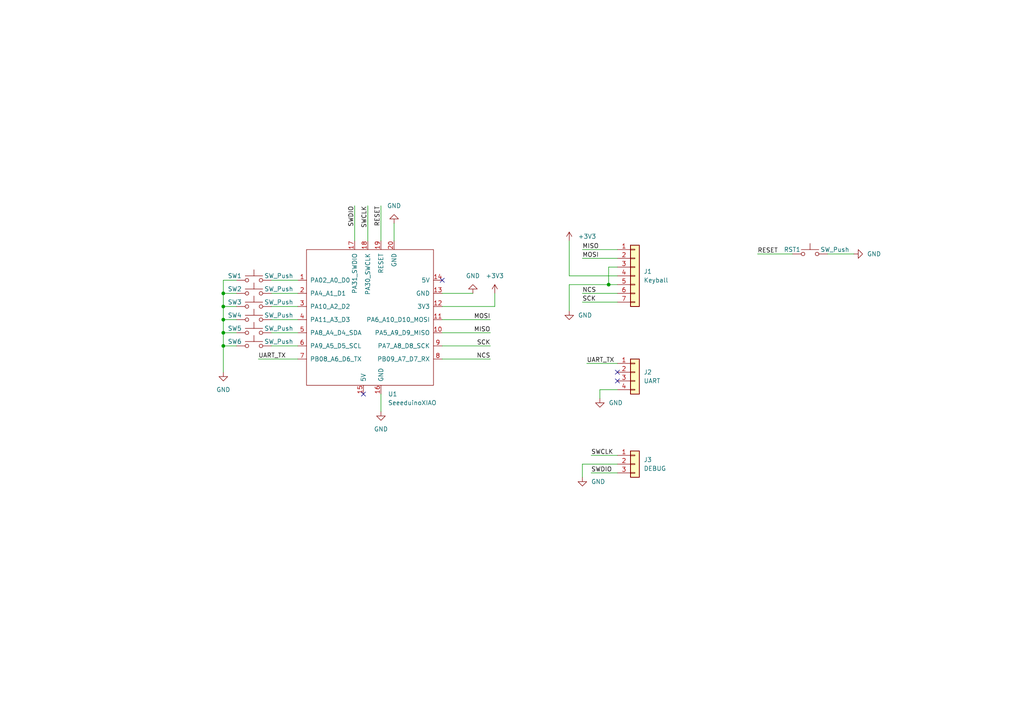
<source format=kicad_sch>
(kicad_sch (version 20211123) (generator eeschema)

  (uuid e63e39d7-6ac0-4ffd-8aa3-1841a4541b55)

  (paper "A4")

  (title_block
    (title "YUIOP/Pointing Device")
    (date "2023-01-09")
    (rev "1")
    (company "KaoriYa")
  )

  (lib_symbols
    (symbol "Connector_Generic:Conn_01x03" (pin_names (offset 1.016) hide) (in_bom yes) (on_board yes)
      (property "Reference" "J" (id 0) (at 0 5.08 0)
        (effects (font (size 1.27 1.27)))
      )
      (property "Value" "Conn_01x03" (id 1) (at 0 -5.08 0)
        (effects (font (size 1.27 1.27)))
      )
      (property "Footprint" "" (id 2) (at 0 0 0)
        (effects (font (size 1.27 1.27)) hide)
      )
      (property "Datasheet" "~" (id 3) (at 0 0 0)
        (effects (font (size 1.27 1.27)) hide)
      )
      (property "ki_keywords" "connector" (id 4) (at 0 0 0)
        (effects (font (size 1.27 1.27)) hide)
      )
      (property "ki_description" "Generic connector, single row, 01x03, script generated (kicad-library-utils/schlib/autogen/connector/)" (id 5) (at 0 0 0)
        (effects (font (size 1.27 1.27)) hide)
      )
      (property "ki_fp_filters" "Connector*:*_1x??_*" (id 6) (at 0 0 0)
        (effects (font (size 1.27 1.27)) hide)
      )
      (symbol "Conn_01x03_1_1"
        (rectangle (start -1.27 -2.413) (end 0 -2.667)
          (stroke (width 0.1524) (type default) (color 0 0 0 0))
          (fill (type none))
        )
        (rectangle (start -1.27 0.127) (end 0 -0.127)
          (stroke (width 0.1524) (type default) (color 0 0 0 0))
          (fill (type none))
        )
        (rectangle (start -1.27 2.667) (end 0 2.413)
          (stroke (width 0.1524) (type default) (color 0 0 0 0))
          (fill (type none))
        )
        (rectangle (start -1.27 3.81) (end 1.27 -3.81)
          (stroke (width 0.254) (type default) (color 0 0 0 0))
          (fill (type background))
        )
        (pin passive line (at -5.08 2.54 0) (length 3.81)
          (name "Pin_1" (effects (font (size 1.27 1.27))))
          (number "1" (effects (font (size 1.27 1.27))))
        )
        (pin passive line (at -5.08 0 0) (length 3.81)
          (name "Pin_2" (effects (font (size 1.27 1.27))))
          (number "2" (effects (font (size 1.27 1.27))))
        )
        (pin passive line (at -5.08 -2.54 0) (length 3.81)
          (name "Pin_3" (effects (font (size 1.27 1.27))))
          (number "3" (effects (font (size 1.27 1.27))))
        )
      )
    )
    (symbol "Connector_Generic:Conn_01x04" (pin_names (offset 1.016) hide) (in_bom yes) (on_board yes)
      (property "Reference" "J" (id 0) (at 0 5.08 0)
        (effects (font (size 1.27 1.27)))
      )
      (property "Value" "Conn_01x04" (id 1) (at 0 -7.62 0)
        (effects (font (size 1.27 1.27)))
      )
      (property "Footprint" "" (id 2) (at 0 0 0)
        (effects (font (size 1.27 1.27)) hide)
      )
      (property "Datasheet" "~" (id 3) (at 0 0 0)
        (effects (font (size 1.27 1.27)) hide)
      )
      (property "ki_keywords" "connector" (id 4) (at 0 0 0)
        (effects (font (size 1.27 1.27)) hide)
      )
      (property "ki_description" "Generic connector, single row, 01x04, script generated (kicad-library-utils/schlib/autogen/connector/)" (id 5) (at 0 0 0)
        (effects (font (size 1.27 1.27)) hide)
      )
      (property "ki_fp_filters" "Connector*:*_1x??_*" (id 6) (at 0 0 0)
        (effects (font (size 1.27 1.27)) hide)
      )
      (symbol "Conn_01x04_1_1"
        (rectangle (start -1.27 -4.953) (end 0 -5.207)
          (stroke (width 0.1524) (type default) (color 0 0 0 0))
          (fill (type none))
        )
        (rectangle (start -1.27 -2.413) (end 0 -2.667)
          (stroke (width 0.1524) (type default) (color 0 0 0 0))
          (fill (type none))
        )
        (rectangle (start -1.27 0.127) (end 0 -0.127)
          (stroke (width 0.1524) (type default) (color 0 0 0 0))
          (fill (type none))
        )
        (rectangle (start -1.27 2.667) (end 0 2.413)
          (stroke (width 0.1524) (type default) (color 0 0 0 0))
          (fill (type none))
        )
        (rectangle (start -1.27 3.81) (end 1.27 -6.35)
          (stroke (width 0.254) (type default) (color 0 0 0 0))
          (fill (type background))
        )
        (pin passive line (at -5.08 2.54 0) (length 3.81)
          (name "Pin_1" (effects (font (size 1.27 1.27))))
          (number "1" (effects (font (size 1.27 1.27))))
        )
        (pin passive line (at -5.08 0 0) (length 3.81)
          (name "Pin_2" (effects (font (size 1.27 1.27))))
          (number "2" (effects (font (size 1.27 1.27))))
        )
        (pin passive line (at -5.08 -2.54 0) (length 3.81)
          (name "Pin_3" (effects (font (size 1.27 1.27))))
          (number "3" (effects (font (size 1.27 1.27))))
        )
        (pin passive line (at -5.08 -5.08 0) (length 3.81)
          (name "Pin_4" (effects (font (size 1.27 1.27))))
          (number "4" (effects (font (size 1.27 1.27))))
        )
      )
    )
    (symbol "Connector_Generic:Conn_01x07" (pin_names (offset 1.016) hide) (in_bom yes) (on_board yes)
      (property "Reference" "J" (id 0) (at 0 10.16 0)
        (effects (font (size 1.27 1.27)))
      )
      (property "Value" "Conn_01x07" (id 1) (at 0 -10.16 0)
        (effects (font (size 1.27 1.27)))
      )
      (property "Footprint" "" (id 2) (at 0 0 0)
        (effects (font (size 1.27 1.27)) hide)
      )
      (property "Datasheet" "~" (id 3) (at 0 0 0)
        (effects (font (size 1.27 1.27)) hide)
      )
      (property "ki_keywords" "connector" (id 4) (at 0 0 0)
        (effects (font (size 1.27 1.27)) hide)
      )
      (property "ki_description" "Generic connector, single row, 01x07, script generated (kicad-library-utils/schlib/autogen/connector/)" (id 5) (at 0 0 0)
        (effects (font (size 1.27 1.27)) hide)
      )
      (property "ki_fp_filters" "Connector*:*_1x??_*" (id 6) (at 0 0 0)
        (effects (font (size 1.27 1.27)) hide)
      )
      (symbol "Conn_01x07_1_1"
        (rectangle (start -1.27 -7.493) (end 0 -7.747)
          (stroke (width 0.1524) (type default) (color 0 0 0 0))
          (fill (type none))
        )
        (rectangle (start -1.27 -4.953) (end 0 -5.207)
          (stroke (width 0.1524) (type default) (color 0 0 0 0))
          (fill (type none))
        )
        (rectangle (start -1.27 -2.413) (end 0 -2.667)
          (stroke (width 0.1524) (type default) (color 0 0 0 0))
          (fill (type none))
        )
        (rectangle (start -1.27 0.127) (end 0 -0.127)
          (stroke (width 0.1524) (type default) (color 0 0 0 0))
          (fill (type none))
        )
        (rectangle (start -1.27 2.667) (end 0 2.413)
          (stroke (width 0.1524) (type default) (color 0 0 0 0))
          (fill (type none))
        )
        (rectangle (start -1.27 5.207) (end 0 4.953)
          (stroke (width 0.1524) (type default) (color 0 0 0 0))
          (fill (type none))
        )
        (rectangle (start -1.27 7.747) (end 0 7.493)
          (stroke (width 0.1524) (type default) (color 0 0 0 0))
          (fill (type none))
        )
        (rectangle (start -1.27 8.89) (end 1.27 -8.89)
          (stroke (width 0.254) (type default) (color 0 0 0 0))
          (fill (type background))
        )
        (pin passive line (at -5.08 7.62 0) (length 3.81)
          (name "Pin_1" (effects (font (size 1.27 1.27))))
          (number "1" (effects (font (size 1.27 1.27))))
        )
        (pin passive line (at -5.08 5.08 0) (length 3.81)
          (name "Pin_2" (effects (font (size 1.27 1.27))))
          (number "2" (effects (font (size 1.27 1.27))))
        )
        (pin passive line (at -5.08 2.54 0) (length 3.81)
          (name "Pin_3" (effects (font (size 1.27 1.27))))
          (number "3" (effects (font (size 1.27 1.27))))
        )
        (pin passive line (at -5.08 0 0) (length 3.81)
          (name "Pin_4" (effects (font (size 1.27 1.27))))
          (number "4" (effects (font (size 1.27 1.27))))
        )
        (pin passive line (at -5.08 -2.54 0) (length 3.81)
          (name "Pin_5" (effects (font (size 1.27 1.27))))
          (number "5" (effects (font (size 1.27 1.27))))
        )
        (pin passive line (at -5.08 -5.08 0) (length 3.81)
          (name "Pin_6" (effects (font (size 1.27 1.27))))
          (number "6" (effects (font (size 1.27 1.27))))
        )
        (pin passive line (at -5.08 -7.62 0) (length 3.81)
          (name "Pin_7" (effects (font (size 1.27 1.27))))
          (number "7" (effects (font (size 1.27 1.27))))
        )
      )
    )
    (symbol "Seeeduino XIAO:SeeeduinoXIAO" (pin_names (offset 1.016)) (in_bom yes) (on_board yes)
      (property "Reference" "U" (id 0) (at -19.05 22.86 0)
        (effects (font (size 1.27 1.27)))
      )
      (property "Value" "SeeeduinoXIAO" (id 1) (at -12.7 21.59 0)
        (effects (font (size 1.27 1.27)))
      )
      (property "Footprint" "" (id 2) (at -8.89 5.08 0)
        (effects (font (size 1.27 1.27)) hide)
      )
      (property "Datasheet" "" (id 3) (at -8.89 5.08 0)
        (effects (font (size 1.27 1.27)) hide)
      )
      (symbol "SeeeduinoXIAO_0_1"
        (rectangle (start -19.05 20.32) (end 17.78 -19.05)
          (stroke (width 0) (type default) (color 0 0 0 0))
          (fill (type none))
        )
      )
      (symbol "SeeeduinoXIAO_1_1"
        (pin bidirectional line (at -21.59 11.43 0) (length 2.54)
          (name "PA02_A0_D0" (effects (font (size 1.27 1.27))))
          (number "1" (effects (font (size 1.27 1.27))))
        )
        (pin bidirectional line (at 20.32 -3.81 180) (length 2.54)
          (name "PA5_A9_D9_MISO" (effects (font (size 1.27 1.27))))
          (number "10" (effects (font (size 1.27 1.27))))
        )
        (pin bidirectional line (at 20.32 0 180) (length 2.54)
          (name "PA6_A10_D10_MOSI" (effects (font (size 1.27 1.27))))
          (number "11" (effects (font (size 1.27 1.27))))
        )
        (pin power_out line (at 20.32 3.81 180) (length 2.54)
          (name "3V3" (effects (font (size 1.27 1.27))))
          (number "12" (effects (font (size 1.27 1.27))))
        )
        (pin power_out line (at 20.32 7.62 180) (length 2.54)
          (name "GND" (effects (font (size 1.27 1.27))))
          (number "13" (effects (font (size 1.27 1.27))))
        )
        (pin power_out line (at 20.32 11.43 180) (length 2.54)
          (name "5V" (effects (font (size 1.27 1.27))))
          (number "14" (effects (font (size 1.27 1.27))))
        )
        (pin passive line (at -2.54 -21.59 90) (length 2.54)
          (name "5V" (effects (font (size 1.27 1.27))))
          (number "15" (effects (font (size 1.27 1.27))))
        )
        (pin passive line (at 2.54 -21.59 90) (length 2.54)
          (name "GND" (effects (font (size 1.27 1.27))))
          (number "16" (effects (font (size 1.27 1.27))))
        )
        (pin input line (at -5.08 22.86 270) (length 2.54)
          (name "PA31_SWDIO" (effects (font (size 1.27 1.27))))
          (number "17" (effects (font (size 1.27 1.27))))
        )
        (pin input line (at -1.27 22.86 270) (length 2.54)
          (name "PA30_SWCLK" (effects (font (size 1.27 1.27))))
          (number "18" (effects (font (size 1.27 1.27))))
        )
        (pin input line (at 2.54 22.86 270) (length 2.54)
          (name "RESET" (effects (font (size 1.27 1.27))))
          (number "19" (effects (font (size 1.27 1.27))))
        )
        (pin bidirectional line (at -21.59 7.62 0) (length 2.54)
          (name "PA4_A1_D1" (effects (font (size 1.27 1.27))))
          (number "2" (effects (font (size 1.27 1.27))))
        )
        (pin passive line (at 6.35 22.86 270) (length 2.54)
          (name "GND" (effects (font (size 1.27 1.27))))
          (number "20" (effects (font (size 1.27 1.27))))
        )
        (pin bidirectional line (at -21.59 3.81 0) (length 2.54)
          (name "PA10_A2_D2" (effects (font (size 1.27 1.27))))
          (number "3" (effects (font (size 1.27 1.27))))
        )
        (pin bidirectional line (at -21.59 0 0) (length 2.54)
          (name "PA11_A3_D3" (effects (font (size 1.27 1.27))))
          (number "4" (effects (font (size 1.27 1.27))))
        )
        (pin bidirectional line (at -21.59 -3.81 0) (length 2.54)
          (name "PA8_A4_D4_SDA" (effects (font (size 1.27 1.27))))
          (number "5" (effects (font (size 1.27 1.27))))
        )
        (pin bidirectional line (at -21.59 -7.62 0) (length 2.54)
          (name "PA9_A5_D5_SCL" (effects (font (size 1.27 1.27))))
          (number "6" (effects (font (size 1.27 1.27))))
        )
        (pin bidirectional line (at -21.59 -11.43 0) (length 2.54)
          (name "PB08_A6_D6_TX" (effects (font (size 1.27 1.27))))
          (number "7" (effects (font (size 1.27 1.27))))
        )
        (pin bidirectional line (at 20.32 -11.43 180) (length 2.54)
          (name "PB09_A7_D7_RX" (effects (font (size 1.27 1.27))))
          (number "8" (effects (font (size 1.27 1.27))))
        )
        (pin bidirectional line (at 20.32 -7.62 180) (length 2.54)
          (name "PA7_A8_D8_SCK" (effects (font (size 1.27 1.27))))
          (number "9" (effects (font (size 1.27 1.27))))
        )
      )
    )
    (symbol "Switch:SW_Push" (pin_numbers hide) (pin_names (offset 1.016) hide) (in_bom yes) (on_board yes)
      (property "Reference" "SW" (id 0) (at 1.27 2.54 0)
        (effects (font (size 1.27 1.27)) (justify left))
      )
      (property "Value" "SW_Push" (id 1) (at 0 -1.524 0)
        (effects (font (size 1.27 1.27)))
      )
      (property "Footprint" "" (id 2) (at 0 5.08 0)
        (effects (font (size 1.27 1.27)) hide)
      )
      (property "Datasheet" "~" (id 3) (at 0 5.08 0)
        (effects (font (size 1.27 1.27)) hide)
      )
      (property "ki_keywords" "switch normally-open pushbutton push-button" (id 4) (at 0 0 0)
        (effects (font (size 1.27 1.27)) hide)
      )
      (property "ki_description" "Push button switch, generic, two pins" (id 5) (at 0 0 0)
        (effects (font (size 1.27 1.27)) hide)
      )
      (symbol "SW_Push_0_1"
        (circle (center -2.032 0) (radius 0.508)
          (stroke (width 0) (type default) (color 0 0 0 0))
          (fill (type none))
        )
        (polyline
          (pts
            (xy 0 1.27)
            (xy 0 3.048)
          )
          (stroke (width 0) (type default) (color 0 0 0 0))
          (fill (type none))
        )
        (polyline
          (pts
            (xy 2.54 1.27)
            (xy -2.54 1.27)
          )
          (stroke (width 0) (type default) (color 0 0 0 0))
          (fill (type none))
        )
        (circle (center 2.032 0) (radius 0.508)
          (stroke (width 0) (type default) (color 0 0 0 0))
          (fill (type none))
        )
        (pin passive line (at -5.08 0 0) (length 2.54)
          (name "1" (effects (font (size 1.27 1.27))))
          (number "1" (effects (font (size 1.27 1.27))))
        )
        (pin passive line (at 5.08 0 180) (length 2.54)
          (name "2" (effects (font (size 1.27 1.27))))
          (number "2" (effects (font (size 1.27 1.27))))
        )
      )
    )
    (symbol "power:+3.3V" (power) (pin_names (offset 0)) (in_bom yes) (on_board yes)
      (property "Reference" "#PWR" (id 0) (at 0 -3.81 0)
        (effects (font (size 1.27 1.27)) hide)
      )
      (property "Value" "+3.3V" (id 1) (at 0 3.556 0)
        (effects (font (size 1.27 1.27)))
      )
      (property "Footprint" "" (id 2) (at 0 0 0)
        (effects (font (size 1.27 1.27)) hide)
      )
      (property "Datasheet" "" (id 3) (at 0 0 0)
        (effects (font (size 1.27 1.27)) hide)
      )
      (property "ki_keywords" "power-flag" (id 4) (at 0 0 0)
        (effects (font (size 1.27 1.27)) hide)
      )
      (property "ki_description" "Power symbol creates a global label with name \"+3.3V\"" (id 5) (at 0 0 0)
        (effects (font (size 1.27 1.27)) hide)
      )
      (symbol "+3.3V_0_1"
        (polyline
          (pts
            (xy -0.762 1.27)
            (xy 0 2.54)
          )
          (stroke (width 0) (type default) (color 0 0 0 0))
          (fill (type none))
        )
        (polyline
          (pts
            (xy 0 0)
            (xy 0 2.54)
          )
          (stroke (width 0) (type default) (color 0 0 0 0))
          (fill (type none))
        )
        (polyline
          (pts
            (xy 0 2.54)
            (xy 0.762 1.27)
          )
          (stroke (width 0) (type default) (color 0 0 0 0))
          (fill (type none))
        )
      )
      (symbol "+3.3V_1_1"
        (pin power_in line (at 0 0 90) (length 0) hide
          (name "+3V3" (effects (font (size 1.27 1.27))))
          (number "1" (effects (font (size 1.27 1.27))))
        )
      )
    )
    (symbol "power:GND" (power) (pin_names (offset 0)) (in_bom yes) (on_board yes)
      (property "Reference" "#PWR" (id 0) (at 0 -6.35 0)
        (effects (font (size 1.27 1.27)) hide)
      )
      (property "Value" "GND" (id 1) (at 0 -3.81 0)
        (effects (font (size 1.27 1.27)))
      )
      (property "Footprint" "" (id 2) (at 0 0 0)
        (effects (font (size 1.27 1.27)) hide)
      )
      (property "Datasheet" "" (id 3) (at 0 0 0)
        (effects (font (size 1.27 1.27)) hide)
      )
      (property "ki_keywords" "power-flag" (id 4) (at 0 0 0)
        (effects (font (size 1.27 1.27)) hide)
      )
      (property "ki_description" "Power symbol creates a global label with name \"GND\" , ground" (id 5) (at 0 0 0)
        (effects (font (size 1.27 1.27)) hide)
      )
      (symbol "GND_0_1"
        (polyline
          (pts
            (xy 0 0)
            (xy 0 -1.27)
            (xy 1.27 -1.27)
            (xy 0 -2.54)
            (xy -1.27 -1.27)
            (xy 0 -1.27)
          )
          (stroke (width 0) (type default) (color 0 0 0 0))
          (fill (type none))
        )
      )
      (symbol "GND_1_1"
        (pin power_in line (at 0 0 270) (length 0) hide
          (name "GND" (effects (font (size 1.27 1.27))))
          (number "1" (effects (font (size 1.27 1.27))))
        )
      )
    )
  )

  (junction (at 64.77 92.71) (diameter 0) (color 0 0 0 0)
    (uuid 72a60773-fb53-48f9-a0c1-b7662530b9c6)
  )
  (junction (at 64.77 96.52) (diameter 0) (color 0 0 0 0)
    (uuid 9c7a4017-ef63-48a1-82ed-356c1f07808a)
  )
  (junction (at 64.77 85.09) (diameter 0) (color 0 0 0 0)
    (uuid a63fa092-b51d-4769-9900-3d186d0d2341)
  )
  (junction (at 176.53 82.55) (diameter 0) (color 0 0 0 0)
    (uuid dc6eeb0d-5778-4ee0-9336-98c770561600)
  )
  (junction (at 64.77 100.33) (diameter 0) (color 0 0 0 0)
    (uuid e835ed3c-19a3-4d2a-a04f-d4de5b5a0402)
  )
  (junction (at 64.77 88.9) (diameter 0) (color 0 0 0 0)
    (uuid ece4f2d6-da35-4f73-a392-20b15cb113cb)
  )

  (no_connect (at 105.41 114.3) (uuid 0a36ee82-75f1-43a0-99fc-2cdeea7d1c1c))
  (no_connect (at 179.07 110.49) (uuid 0b1ac5fd-a661-4dfa-ad1e-aa47cb34536a))
  (no_connect (at 128.27 81.28) (uuid 0f5ea72f-df2e-4f0f-8456-f8b5d2c7d982))
  (no_connect (at 179.07 107.95) (uuid 5ade8494-9692-47c3-b9cc-200688c31a79))

  (wire (pts (xy 176.53 82.55) (xy 179.07 82.55))
    (stroke (width 0) (type default) (color 0 0 0 0))
    (uuid 04f8a683-d9f4-470b-b943-b367d724faf0)
  )
  (wire (pts (xy 128.27 92.71) (xy 142.24 92.71))
    (stroke (width 0) (type default) (color 0 0 0 0))
    (uuid 058eefd2-7cea-42dd-9096-ad0a8ac5a1b9)
  )
  (wire (pts (xy 165.1 82.55) (xy 176.53 82.55))
    (stroke (width 0) (type default) (color 0 0 0 0))
    (uuid 0fa79783-2a83-4ddf-abad-1288fc5f086b)
  )
  (wire (pts (xy 110.49 59.69) (xy 110.49 69.85))
    (stroke (width 0) (type default) (color 0 0 0 0))
    (uuid 12bae1af-1031-4bf4-bc80-65c6ace01024)
  )
  (wire (pts (xy 64.77 81.28) (xy 68.58 81.28))
    (stroke (width 0) (type default) (color 0 0 0 0))
    (uuid 1d1bfc39-c5dc-4c98-8688-306b8d82e0fe)
  )
  (wire (pts (xy 128.27 100.33) (xy 142.24 100.33))
    (stroke (width 0) (type default) (color 0 0 0 0))
    (uuid 21e46ce2-bf6c-43c1-9fdf-ca7848b8cb0f)
  )
  (wire (pts (xy 64.77 100.33) (xy 64.77 107.95))
    (stroke (width 0) (type default) (color 0 0 0 0))
    (uuid 23bcd657-c8c2-45be-9553-aec48d999cee)
  )
  (wire (pts (xy 64.77 88.9) (xy 64.77 85.09))
    (stroke (width 0) (type default) (color 0 0 0 0))
    (uuid 272b8f9b-509b-4334-9203-94dd2c774c71)
  )
  (wire (pts (xy 128.27 104.14) (xy 142.24 104.14))
    (stroke (width 0) (type default) (color 0 0 0 0))
    (uuid 312803dd-1d16-4c4e-8d8a-81ad7652923d)
  )
  (wire (pts (xy 173.99 113.03) (xy 179.07 113.03))
    (stroke (width 0) (type default) (color 0 0 0 0))
    (uuid 31fbc509-064a-4a10-9857-0c5c5da53bd2)
  )
  (wire (pts (xy 168.91 138.43) (xy 168.91 134.62))
    (stroke (width 0) (type default) (color 0 0 0 0))
    (uuid 338be107-01a5-43e3-b62e-77301a84b3b5)
  )
  (wire (pts (xy 165.1 69.85) (xy 165.1 80.01))
    (stroke (width 0) (type default) (color 0 0 0 0))
    (uuid 37a7325a-9a7e-402e-aa13-cd5cb94f03ba)
  )
  (wire (pts (xy 168.91 87.63) (xy 179.07 87.63))
    (stroke (width 0) (type default) (color 0 0 0 0))
    (uuid 3907b815-6593-4040-b995-f9ccf99cb2f4)
  )
  (wire (pts (xy 171.45 132.08) (xy 179.07 132.08))
    (stroke (width 0) (type default) (color 0 0 0 0))
    (uuid 3d2796a1-bb9f-4fd5-a9b6-278a071708d6)
  )
  (wire (pts (xy 78.74 92.71) (xy 86.36 92.71))
    (stroke (width 0) (type default) (color 0 0 0 0))
    (uuid 43ccb305-0c8d-4883-bf2f-4b5bd90b3542)
  )
  (wire (pts (xy 78.74 100.33) (xy 86.36 100.33))
    (stroke (width 0) (type default) (color 0 0 0 0))
    (uuid 4927c0b6-4f9b-4f9d-b923-1b513e0d00d5)
  )
  (wire (pts (xy 78.74 88.9) (xy 86.36 88.9))
    (stroke (width 0) (type default) (color 0 0 0 0))
    (uuid 4d76d039-2c78-4e3c-88fa-048a144bb756)
  )
  (wire (pts (xy 110.49 119.38) (xy 110.49 114.3))
    (stroke (width 0) (type default) (color 0 0 0 0))
    (uuid 50d99407-e336-4e8c-bc76-b44e03170db3)
  )
  (wire (pts (xy 64.77 85.09) (xy 68.58 85.09))
    (stroke (width 0) (type default) (color 0 0 0 0))
    (uuid 51a2bf65-23cb-4b7d-b16a-74de8b84817f)
  )
  (wire (pts (xy 168.91 85.09) (xy 179.07 85.09))
    (stroke (width 0) (type default) (color 0 0 0 0))
    (uuid 5aeba9c8-62ad-4eb0-832e-766fa11c2efd)
  )
  (wire (pts (xy 171.45 137.16) (xy 179.07 137.16))
    (stroke (width 0) (type default) (color 0 0 0 0))
    (uuid 6487d3c2-2ca6-4cfe-a3b9-c6a6bca36f18)
  )
  (wire (pts (xy 114.3 64.77) (xy 114.3 69.85))
    (stroke (width 0) (type default) (color 0 0 0 0))
    (uuid 6864b391-3266-4d12-9f94-cc124760125c)
  )
  (wire (pts (xy 78.74 96.52) (xy 86.36 96.52))
    (stroke (width 0) (type default) (color 0 0 0 0))
    (uuid 7626a145-bae9-46c2-8a12-3520cf9dd257)
  )
  (wire (pts (xy 68.58 100.33) (xy 64.77 100.33))
    (stroke (width 0) (type default) (color 0 0 0 0))
    (uuid 79c08026-e043-485d-9cf2-ed54432774e2)
  )
  (wire (pts (xy 64.77 100.33) (xy 64.77 96.52))
    (stroke (width 0) (type default) (color 0 0 0 0))
    (uuid 79c5e425-33f6-43ef-b680-6b245655e7b0)
  )
  (wire (pts (xy 176.53 77.47) (xy 176.53 82.55))
    (stroke (width 0) (type default) (color 0 0 0 0))
    (uuid 7a14ca6d-e947-4fbe-b46e-003aca454e05)
  )
  (wire (pts (xy 168.91 72.39) (xy 179.07 72.39))
    (stroke (width 0) (type default) (color 0 0 0 0))
    (uuid 7ea81248-e54c-4e30-8f05-1c864ba4edb1)
  )
  (wire (pts (xy 78.74 85.09) (xy 86.36 85.09))
    (stroke (width 0) (type default) (color 0 0 0 0))
    (uuid 86cf8995-8aa3-4c6a-a7d4-6837f8788306)
  )
  (wire (pts (xy 64.77 85.09) (xy 64.77 81.28))
    (stroke (width 0) (type default) (color 0 0 0 0))
    (uuid 8867861e-66c4-43d7-a638-6d94a860d3ea)
  )
  (wire (pts (xy 219.71 73.66) (xy 229.87 73.66))
    (stroke (width 0) (type default) (color 0 0 0 0))
    (uuid 93b899ad-2626-4c0b-9f48-745d2c68f72c)
  )
  (wire (pts (xy 64.77 92.71) (xy 64.77 88.9))
    (stroke (width 0) (type default) (color 0 0 0 0))
    (uuid 986f78bc-632a-4725-81f2-02d794445cf9)
  )
  (wire (pts (xy 143.51 88.9) (xy 143.51 85.09))
    (stroke (width 0) (type default) (color 0 0 0 0))
    (uuid 9bf4934d-8fb9-4871-b6e2-2adad7e4b4bc)
  )
  (wire (pts (xy 64.77 96.52) (xy 68.58 96.52))
    (stroke (width 0) (type default) (color 0 0 0 0))
    (uuid a586c989-7a0a-438c-ac42-d452ffad0627)
  )
  (wire (pts (xy 168.91 134.62) (xy 179.07 134.62))
    (stroke (width 0) (type default) (color 0 0 0 0))
    (uuid a735c7e9-40bd-4ff7-975d-a56c871b5436)
  )
  (wire (pts (xy 165.1 90.17) (xy 165.1 82.55))
    (stroke (width 0) (type default) (color 0 0 0 0))
    (uuid aa74ddf8-3423-4c0d-8636-d2a6cd775b1c)
  )
  (wire (pts (xy 168.91 74.93) (xy 179.07 74.93))
    (stroke (width 0) (type default) (color 0 0 0 0))
    (uuid aeccd457-2a5f-42f9-b34e-58997a487a37)
  )
  (wire (pts (xy 128.27 88.9) (xy 143.51 88.9))
    (stroke (width 0) (type default) (color 0 0 0 0))
    (uuid bb623f16-5015-4405-8535-b426b5469c0c)
  )
  (wire (pts (xy 173.99 115.57) (xy 173.99 113.03))
    (stroke (width 0) (type default) (color 0 0 0 0))
    (uuid c3c44329-4e1c-4c48-a430-89e59656f6d4)
  )
  (wire (pts (xy 106.68 59.69) (xy 106.68 69.85))
    (stroke (width 0) (type default) (color 0 0 0 0))
    (uuid c5db5088-430c-48fc-b025-16a64033f64e)
  )
  (wire (pts (xy 78.74 81.28) (xy 86.36 81.28))
    (stroke (width 0) (type default) (color 0 0 0 0))
    (uuid ccec0b7c-ea7b-466b-98b3-31ddbf9055bf)
  )
  (wire (pts (xy 64.77 96.52) (xy 64.77 92.71))
    (stroke (width 0) (type default) (color 0 0 0 0))
    (uuid cdb968da-1896-4cb8-ad26-3f3401158b46)
  )
  (wire (pts (xy 64.77 88.9) (xy 68.58 88.9))
    (stroke (width 0) (type default) (color 0 0 0 0))
    (uuid cdc7a6ff-ece7-42b3-803b-93f5bfe3e3b9)
  )
  (wire (pts (xy 165.1 80.01) (xy 179.07 80.01))
    (stroke (width 0) (type default) (color 0 0 0 0))
    (uuid d6628cc4-b0f3-4a45-b872-3c6b3f89bfee)
  )
  (wire (pts (xy 64.77 92.71) (xy 68.58 92.71))
    (stroke (width 0) (type default) (color 0 0 0 0))
    (uuid d74b97cb-3846-486a-8bca-50b350e6620f)
  )
  (wire (pts (xy 170.18 105.41) (xy 179.07 105.41))
    (stroke (width 0) (type default) (color 0 0 0 0))
    (uuid df07d75a-7bb0-4031-b40b-3d383c745b5a)
  )
  (wire (pts (xy 74.93 104.14) (xy 86.36 104.14))
    (stroke (width 0) (type default) (color 0 0 0 0))
    (uuid e0ba8e79-a40c-451d-ba99-eeffcd068227)
  )
  (wire (pts (xy 128.27 96.52) (xy 142.24 96.52))
    (stroke (width 0) (type default) (color 0 0 0 0))
    (uuid e0e6631f-308a-4717-ac41-fec891796090)
  )
  (wire (pts (xy 179.07 77.47) (xy 176.53 77.47))
    (stroke (width 0) (type default) (color 0 0 0 0))
    (uuid e7d094e8-45fa-41a4-9cd0-d67cba877311)
  )
  (wire (pts (xy 128.27 85.09) (xy 137.16 85.09))
    (stroke (width 0) (type default) (color 0 0 0 0))
    (uuid ea01c4be-a7d9-4a5d-b349-89df0b0170eb)
  )
  (wire (pts (xy 240.03 73.66) (xy 247.65 73.66))
    (stroke (width 0) (type default) (color 0 0 0 0))
    (uuid f3f4c7f2-de1d-45e3-bea4-e9662432cc2f)
  )
  (wire (pts (xy 102.87 59.69) (xy 102.87 69.85))
    (stroke (width 0) (type default) (color 0 0 0 0))
    (uuid fdff8034-a77e-479b-89b2-da7a3afadd0c)
  )

  (label "SCK" (at 168.91 87.63 0)
    (effects (font (size 1.27 1.27)) (justify left bottom))
    (uuid 10f6876f-0cd2-4188-bcea-27c872195da2)
  )
  (label "SWDIO" (at 102.87 59.69 270)
    (effects (font (size 1.27 1.27)) (justify right bottom))
    (uuid 37b29e7a-585d-4530-b2bf-0b24674157e6)
  )
  (label "RESET" (at 219.71 73.66 0)
    (effects (font (size 1.27 1.27)) (justify left bottom))
    (uuid 5420ee0c-b1bd-4342-a7be-4e49ed01f510)
  )
  (label "UART_TX" (at 74.93 104.14 0)
    (effects (font (size 1.27 1.27)) (justify left bottom))
    (uuid 773d00f3-9f9c-4964-9d74-7f399cf6e6cd)
  )
  (label "SWCLK" (at 171.45 132.08 0)
    (effects (font (size 1.27 1.27)) (justify left bottom))
    (uuid 841e3d0b-f860-42ac-a716-bb7f47902b74)
  )
  (label "SWCLK" (at 106.68 59.69 270)
    (effects (font (size 1.27 1.27)) (justify right bottom))
    (uuid 87cf37f8-29ad-4de8-ad28-4398b25b92e0)
  )
  (label "MOSI" (at 142.24 92.71 180)
    (effects (font (size 1.27 1.27)) (justify right bottom))
    (uuid 8d1e119e-7648-4a88-b370-7d4451d41775)
  )
  (label "MISO" (at 168.91 72.39 0)
    (effects (font (size 1.27 1.27)) (justify left bottom))
    (uuid 9118d4e3-ce59-4229-82b1-e33cf766a559)
  )
  (label "MISO" (at 142.24 96.52 180)
    (effects (font (size 1.27 1.27)) (justify right bottom))
    (uuid a4aeeede-9401-4376-befa-4f76a42bd25a)
  )
  (label "SCK" (at 142.24 100.33 180)
    (effects (font (size 1.27 1.27)) (justify right bottom))
    (uuid ac39d191-a184-431e-aac0-ea881ee70d70)
  )
  (label "SWDIO" (at 171.45 137.16 0)
    (effects (font (size 1.27 1.27)) (justify left bottom))
    (uuid c4f8f3d0-747f-460d-82a4-b4adc8bd9bd8)
  )
  (label "MOSI" (at 168.91 74.93 0)
    (effects (font (size 1.27 1.27)) (justify left bottom))
    (uuid cae7bc84-ed11-4a83-8508-2b22fd271aea)
  )
  (label "NCS" (at 142.24 104.14 180)
    (effects (font (size 1.27 1.27)) (justify right bottom))
    (uuid ce7267e5-1e42-49bc-bd64-b8465f0941cc)
  )
  (label "NCS" (at 168.91 85.09 0)
    (effects (font (size 1.27 1.27)) (justify left bottom))
    (uuid dabfd1b4-f9a9-4cbe-81e8-41bf176ea89b)
  )
  (label "UART_TX" (at 170.18 105.41 0)
    (effects (font (size 1.27 1.27)) (justify left bottom))
    (uuid ddc3343a-b2bc-433c-bbce-b0621401992c)
  )
  (label "RESET" (at 110.49 59.69 270)
    (effects (font (size 1.27 1.27)) (justify right bottom))
    (uuid ec6c01f6-558a-4711-be93-ceddddf9e2d4)
  )

  (symbol (lib_id "power:GND") (at 173.99 115.57 0) (unit 1)
    (in_bom yes) (on_board yes) (fields_autoplaced)
    (uuid 085caa9a-9a9c-4c23-964c-c4290424ef73)
    (property "Reference" "#PWR08" (id 0) (at 173.99 121.92 0)
      (effects (font (size 1.27 1.27)) hide)
    )
    (property "Value" "GND" (id 1) (at 176.53 116.8399 0)
      (effects (font (size 1.27 1.27)) (justify left))
    )
    (property "Footprint" "" (id 2) (at 173.99 115.57 0)
      (effects (font (size 1.27 1.27)) hide)
    )
    (property "Datasheet" "" (id 3) (at 173.99 115.57 0)
      (effects (font (size 1.27 1.27)) hide)
    )
    (pin "1" (uuid 906e41ef-4de7-4199-9f40-2b8442c2d050))
  )

  (symbol (lib_id "power:GND") (at 168.91 138.43 0) (unit 1)
    (in_bom yes) (on_board yes) (fields_autoplaced)
    (uuid 27eb9fe6-a7f2-4344-a2b4-0f8594f220eb)
    (property "Reference" "#PWR010" (id 0) (at 168.91 144.78 0)
      (effects (font (size 1.27 1.27)) hide)
    )
    (property "Value" "GND" (id 1) (at 171.45 139.6999 0)
      (effects (font (size 1.27 1.27)) (justify left))
    )
    (property "Footprint" "" (id 2) (at 168.91 138.43 0)
      (effects (font (size 1.27 1.27)) hide)
    )
    (property "Datasheet" "" (id 3) (at 168.91 138.43 0)
      (effects (font (size 1.27 1.27)) hide)
    )
    (pin "1" (uuid 4ec3cc6e-614a-4b69-84ae-2fe6c79c4752))
  )

  (symbol (lib_id "Connector_Generic:Conn_01x04") (at 184.15 107.95 0) (unit 1)
    (in_bom yes) (on_board yes) (fields_autoplaced)
    (uuid 2abc8331-6740-40a3-ab24-610bd13d6dab)
    (property "Reference" "J2" (id 0) (at 186.69 107.9499 0)
      (effects (font (size 1.27 1.27)) (justify left))
    )
    (property "Value" "UART" (id 1) (at 186.69 110.4899 0)
      (effects (font (size 1.27 1.27)) (justify left))
    )
    (property "Footprint" "Connector_PinHeader_2.54mm:PinHeader_1x04_P2.54mm_Vertical" (id 2) (at 184.15 107.95 0)
      (effects (font (size 1.27 1.27)) hide)
    )
    (property "Datasheet" "~" (id 3) (at 184.15 107.95 0)
      (effects (font (size 1.27 1.27)) hide)
    )
    (pin "1" (uuid 2a1282f6-f534-4350-a1b2-2141f787deba))
    (pin "2" (uuid 3031f8d0-3894-4aec-8edd-b36e19304272))
    (pin "3" (uuid 1e719359-eae2-48bd-8cb0-48a42fdbfbd5))
    (pin "4" (uuid 0d417265-fc19-4289-80b3-480999dd58e0))
  )

  (symbol (lib_id "Switch:SW_Push") (at 73.66 85.09 0) (unit 1)
    (in_bom yes) (on_board yes)
    (uuid 37ca830b-3946-4abe-ae91-50f735131f35)
    (property "Reference" "SW2" (id 0) (at 66.04 83.82 0)
      (effects (font (size 1.27 1.27)) (justify left))
    )
    (property "Value" "SW_Push" (id 1) (at 85.09 83.82 0)
      (effects (font (size 1.27 1.27)) (justify right))
    )
    (property "Footprint" "yuiop:SW_PUSH-12mm" (id 2) (at 73.66 80.01 0)
      (effects (font (size 1.27 1.27)) hide)
    )
    (property "Datasheet" "~" (id 3) (at 73.66 80.01 0)
      (effects (font (size 1.27 1.27)) hide)
    )
    (pin "1" (uuid 1ee86499-ea61-42cd-a554-d312a886379e))
    (pin "2" (uuid 28aa3360-85c4-4a50-8692-b847efc42d81))
  )

  (symbol (lib_id "Switch:SW_Push") (at 73.66 88.9 0) (unit 1)
    (in_bom yes) (on_board yes)
    (uuid 3fddf6f3-bd4b-4961-bcfd-c69ae551a82f)
    (property "Reference" "SW3" (id 0) (at 66.04 87.63 0)
      (effects (font (size 1.27 1.27)) (justify left))
    )
    (property "Value" "SW_Push" (id 1) (at 85.09 87.63 0)
      (effects (font (size 1.27 1.27)) (justify right))
    )
    (property "Footprint" "yuiop:SW_PUSH-12mm" (id 2) (at 73.66 83.82 0)
      (effects (font (size 1.27 1.27)) hide)
    )
    (property "Datasheet" "~" (id 3) (at 73.66 83.82 0)
      (effects (font (size 1.27 1.27)) hide)
    )
    (pin "1" (uuid 5c697cf7-6ba5-47c4-96d7-bf093aadbb99))
    (pin "2" (uuid eba231e3-e5d3-4761-8730-277a60ba5ee3))
  )

  (symbol (lib_id "Connector_Generic:Conn_01x03") (at 184.15 134.62 0) (unit 1)
    (in_bom yes) (on_board yes) (fields_autoplaced)
    (uuid 43c0608b-a3be-4b4c-817d-e03ca1ad7749)
    (property "Reference" "J3" (id 0) (at 186.69 133.3499 0)
      (effects (font (size 1.27 1.27)) (justify left))
    )
    (property "Value" "DEBUG" (id 1) (at 186.69 135.8899 0)
      (effects (font (size 1.27 1.27)) (justify left))
    )
    (property "Footprint" "Connector_PinHeader_2.54mm:PinHeader_1x03_P2.54mm_Vertical" (id 2) (at 184.15 134.62 0)
      (effects (font (size 1.27 1.27)) hide)
    )
    (property "Datasheet" "~" (id 3) (at 184.15 134.62 0)
      (effects (font (size 1.27 1.27)) hide)
    )
    (pin "1" (uuid d4dbc494-6d93-47dc-bc72-756d698c087f))
    (pin "2" (uuid 38ab1fdb-c2e3-48bf-b03c-d1adf470c7f6))
    (pin "3" (uuid 0735e292-addf-4fc2-b1e2-2df357c23bc0))
  )

  (symbol (lib_id "power:GND") (at 64.77 107.95 0) (unit 1)
    (in_bom yes) (on_board yes) (fields_autoplaced)
    (uuid 5f75835e-af75-4fac-ad37-47cbdf540132)
    (property "Reference" "#PWR07" (id 0) (at 64.77 114.3 0)
      (effects (font (size 1.27 1.27)) hide)
    )
    (property "Value" "GND" (id 1) (at 64.77 113.03 0))
    (property "Footprint" "" (id 2) (at 64.77 107.95 0)
      (effects (font (size 1.27 1.27)) hide)
    )
    (property "Datasheet" "" (id 3) (at 64.77 107.95 0)
      (effects (font (size 1.27 1.27)) hide)
    )
    (pin "1" (uuid 3fc39f10-2ae0-4fd2-9e6b-dff5dc417131))
  )

  (symbol (lib_id "Switch:SW_Push") (at 73.66 100.33 0) (unit 1)
    (in_bom yes) (on_board yes)
    (uuid 726f5566-d3cd-4fce-a70e-000e69f304bb)
    (property "Reference" "SW6" (id 0) (at 66.04 99.06 0)
      (effects (font (size 1.27 1.27)) (justify left))
    )
    (property "Value" "SW_Push" (id 1) (at 85.09 99.06 0)
      (effects (font (size 1.27 1.27)) (justify right))
    )
    (property "Footprint" "yuiop:SW_PUSH-12mm" (id 2) (at 73.66 95.25 0)
      (effects (font (size 1.27 1.27)) hide)
    )
    (property "Datasheet" "~" (id 3) (at 73.66 95.25 0)
      (effects (font (size 1.27 1.27)) hide)
    )
    (pin "1" (uuid 074053b6-e07c-4ba8-85f8-848ab95db668))
    (pin "2" (uuid 84dbf4c8-db6e-488f-a839-c519a17b91ba))
  )

  (symbol (lib_id "power:+3.3V") (at 143.51 85.09 0) (unit 1)
    (in_bom yes) (on_board yes) (fields_autoplaced)
    (uuid 7b987af7-a1af-4fe0-b7b8-61ea1d2fff21)
    (property "Reference" "#PWR05" (id 0) (at 143.51 88.9 0)
      (effects (font (size 1.27 1.27)) hide)
    )
    (property "Value" "+3.3V" (id 1) (at 143.51 80.01 0))
    (property "Footprint" "" (id 2) (at 143.51 85.09 0)
      (effects (font (size 1.27 1.27)) hide)
    )
    (property "Datasheet" "" (id 3) (at 143.51 85.09 0)
      (effects (font (size 1.27 1.27)) hide)
    )
    (pin "1" (uuid 19efc3ac-4df5-4651-ab7b-0deb24170696))
  )

  (symbol (lib_id "power:GND") (at 110.49 119.38 0) (unit 1)
    (in_bom yes) (on_board yes) (fields_autoplaced)
    (uuid 7fc08f7c-e60d-469b-83a9-deaf32b4d580)
    (property "Reference" "#PWR09" (id 0) (at 110.49 125.73 0)
      (effects (font (size 1.27 1.27)) hide)
    )
    (property "Value" "GND" (id 1) (at 110.49 124.46 0))
    (property "Footprint" "" (id 2) (at 110.49 119.38 0)
      (effects (font (size 1.27 1.27)) hide)
    )
    (property "Datasheet" "" (id 3) (at 110.49 119.38 0)
      (effects (font (size 1.27 1.27)) hide)
    )
    (pin "1" (uuid 448feb40-dba7-41a8-9fe8-36de1e0695b1))
  )

  (symbol (lib_id "Connector_Generic:Conn_01x07") (at 184.15 80.01 0) (unit 1)
    (in_bom yes) (on_board yes) (fields_autoplaced)
    (uuid 859b4f81-8868-47ef-bbdd-f9c59b9c802d)
    (property "Reference" "J1" (id 0) (at 186.69 78.7399 0)
      (effects (font (size 1.27 1.27)) (justify left))
    )
    (property "Value" "Keyball" (id 1) (at 186.69 81.2799 0)
      (effects (font (size 1.27 1.27)) (justify left))
    )
    (property "Footprint" "Connector_PinHeader_2.54mm:PinHeader_1x07_P2.54mm_Vertical" (id 2) (at 184.15 80.01 0)
      (effects (font (size 1.27 1.27)) hide)
    )
    (property "Datasheet" "~" (id 3) (at 184.15 80.01 0)
      (effects (font (size 1.27 1.27)) hide)
    )
    (pin "1" (uuid 97ad7dbd-f481-45db-9b3b-7102a2062e97))
    (pin "2" (uuid 56f61727-30ed-463f-ab12-58afef12d563))
    (pin "3" (uuid b644b92c-83a3-4402-a87c-a1636e79c13a))
    (pin "4" (uuid c600fc6e-0afc-47f7-9393-573225c28d16))
    (pin "5" (uuid 59cb3358-aed1-482c-91e1-1d13b3d90d6f))
    (pin "6" (uuid 3e1870d8-ab4c-4ebe-8e28-7fb16ae28585))
    (pin "7" (uuid 3898bb04-cfe5-49c7-ad3c-2bf7b21209b0))
  )

  (symbol (lib_id "power:GND") (at 114.3 64.77 180) (unit 1)
    (in_bom yes) (on_board yes) (fields_autoplaced)
    (uuid 8b3c79f2-9c53-4b8a-ab82-9011ae640525)
    (property "Reference" "#PWR01" (id 0) (at 114.3 58.42 0)
      (effects (font (size 1.27 1.27)) hide)
    )
    (property "Value" "GND" (id 1) (at 114.3 59.69 0))
    (property "Footprint" "" (id 2) (at 114.3 64.77 0)
      (effects (font (size 1.27 1.27)) hide)
    )
    (property "Datasheet" "" (id 3) (at 114.3 64.77 0)
      (effects (font (size 1.27 1.27)) hide)
    )
    (pin "1" (uuid a9e5b429-f8f6-4f06-b389-ab11fad0df10))
  )

  (symbol (lib_id "power:GND") (at 247.65 73.66 90) (unit 1)
    (in_bom yes) (on_board yes) (fields_autoplaced)
    (uuid 8f4e8386-3cbc-40d5-a426-96003cf9c108)
    (property "Reference" "#PWR03" (id 0) (at 254 73.66 0)
      (effects (font (size 1.27 1.27)) hide)
    )
    (property "Value" "GND" (id 1) (at 251.46 73.6599 90)
      (effects (font (size 1.27 1.27)) (justify right))
    )
    (property "Footprint" "" (id 2) (at 247.65 73.66 0)
      (effects (font (size 1.27 1.27)) hide)
    )
    (property "Datasheet" "" (id 3) (at 247.65 73.66 0)
      (effects (font (size 1.27 1.27)) hide)
    )
    (pin "1" (uuid d0554ec3-9e0c-495d-a29b-fcb8c7f57712))
  )

  (symbol (lib_id "Switch:SW_Push") (at 73.66 96.52 0) (unit 1)
    (in_bom yes) (on_board yes)
    (uuid 8fbb45b1-a641-443e-ad9d-8eac9ee21ead)
    (property "Reference" "SW5" (id 0) (at 66.04 95.25 0)
      (effects (font (size 1.27 1.27)) (justify left))
    )
    (property "Value" "SW_Push" (id 1) (at 85.09 95.25 0)
      (effects (font (size 1.27 1.27)) (justify right))
    )
    (property "Footprint" "yuiop:SW_PUSH-12mm" (id 2) (at 73.66 91.44 0)
      (effects (font (size 1.27 1.27)) hide)
    )
    (property "Datasheet" "~" (id 3) (at 73.66 91.44 0)
      (effects (font (size 1.27 1.27)) hide)
    )
    (pin "1" (uuid f56cf387-764e-4cf2-8b27-628ccf355f64))
    (pin "2" (uuid cf12cfe9-ed28-4d01-a872-e9f49ebc5e52))
  )

  (symbol (lib_id "power:GND") (at 137.16 85.09 180) (unit 1)
    (in_bom yes) (on_board yes) (fields_autoplaced)
    (uuid 93251b03-1df0-4398-8b80-ab28e0839e71)
    (property "Reference" "#PWR04" (id 0) (at 137.16 78.74 0)
      (effects (font (size 1.27 1.27)) hide)
    )
    (property "Value" "GND" (id 1) (at 137.16 80.01 0))
    (property "Footprint" "" (id 2) (at 137.16 85.09 0)
      (effects (font (size 1.27 1.27)) hide)
    )
    (property "Datasheet" "" (id 3) (at 137.16 85.09 0)
      (effects (font (size 1.27 1.27)) hide)
    )
    (pin "1" (uuid af61cc58-03ff-4fa0-bd87-39ade8aed7cd))
  )

  (symbol (lib_id "Switch:SW_Push") (at 73.66 81.28 0) (unit 1)
    (in_bom yes) (on_board yes)
    (uuid c2330663-55c7-4aca-a3ca-75e2dc2f61c0)
    (property "Reference" "SW1" (id 0) (at 66.04 80.01 0)
      (effects (font (size 1.27 1.27)) (justify left))
    )
    (property "Value" "SW_Push" (id 1) (at 85.09 80.01 0)
      (effects (font (size 1.27 1.27)) (justify right))
    )
    (property "Footprint" "yuiop:SW_PUSH-12mm" (id 2) (at 73.66 76.2 0)
      (effects (font (size 1.27 1.27)) hide)
    )
    (property "Datasheet" "~" (id 3) (at 73.66 76.2 0)
      (effects (font (size 1.27 1.27)) hide)
    )
    (pin "1" (uuid 9869c2ec-68df-43ba-9641-a363b9f334d2))
    (pin "2" (uuid af510903-25d9-4e3a-85fb-8ebdbc07a427))
  )

  (symbol (lib_id "Switch:SW_Push") (at 73.66 92.71 0) (unit 1)
    (in_bom yes) (on_board yes)
    (uuid d5e3c9ce-7547-444a-ae34-609ca9b7b627)
    (property "Reference" "SW4" (id 0) (at 66.04 91.44 0)
      (effects (font (size 1.27 1.27)) (justify left))
    )
    (property "Value" "SW_Push" (id 1) (at 85.09 91.44 0)
      (effects (font (size 1.27 1.27)) (justify right))
    )
    (property "Footprint" "yuiop:SW_PUSH-12mm" (id 2) (at 73.66 87.63 0)
      (effects (font (size 1.27 1.27)) hide)
    )
    (property "Datasheet" "~" (id 3) (at 73.66 87.63 0)
      (effects (font (size 1.27 1.27)) hide)
    )
    (pin "1" (uuid 170ffee0-afdb-4058-bdd3-ce8df9926ac7))
    (pin "2" (uuid 68432fe1-f47d-4433-91a9-f2315552c4c3))
  )

  (symbol (lib_id "Switch:SW_Push") (at 234.95 73.66 0) (unit 1)
    (in_bom yes) (on_board yes)
    (uuid e35ddeb9-3570-4ed1-b018-327b10285fd9)
    (property "Reference" "RST1" (id 0) (at 227.33 72.39 0)
      (effects (font (size 1.27 1.27)) (justify left))
    )
    (property "Value" "SW_Push" (id 1) (at 246.38 72.39 0)
      (effects (font (size 1.27 1.27)) (justify right))
    )
    (property "Footprint" "yuiop:ResetSW_2_1side" (id 2) (at 234.95 68.58 0)
      (effects (font (size 1.27 1.27)) hide)
    )
    (property "Datasheet" "~" (id 3) (at 234.95 68.58 0)
      (effects (font (size 1.27 1.27)) hide)
    )
    (pin "1" (uuid bafecd27-7870-40fc-8818-8c3cd1dd9609))
    (pin "2" (uuid 2ad2478b-7700-46e4-be79-4e70cf3b445f))
  )

  (symbol (lib_id "power:+3.3V") (at 165.1 69.85 0) (unit 1)
    (in_bom yes) (on_board yes) (fields_autoplaced)
    (uuid e5c30417-d536-4cb6-b8ce-6f9bd0f49506)
    (property "Reference" "#PWR02" (id 0) (at 165.1 73.66 0)
      (effects (font (size 1.27 1.27)) hide)
    )
    (property "Value" "+3.3V" (id 1) (at 167.64 68.5799 0)
      (effects (font (size 1.27 1.27)) (justify left))
    )
    (property "Footprint" "" (id 2) (at 165.1 69.85 0)
      (effects (font (size 1.27 1.27)) hide)
    )
    (property "Datasheet" "" (id 3) (at 165.1 69.85 0)
      (effects (font (size 1.27 1.27)) hide)
    )
    (pin "1" (uuid 3504c6df-aaaf-4780-ac7b-47c4c100913e))
  )

  (symbol (lib_id "power:GND") (at 165.1 90.17 0) (unit 1)
    (in_bom yes) (on_board yes) (fields_autoplaced)
    (uuid eed69846-a9a6-4545-aa60-ad3744eb9128)
    (property "Reference" "#PWR06" (id 0) (at 165.1 96.52 0)
      (effects (font (size 1.27 1.27)) hide)
    )
    (property "Value" "GND" (id 1) (at 167.64 91.4399 0)
      (effects (font (size 1.27 1.27)) (justify left))
    )
    (property "Footprint" "" (id 2) (at 165.1 90.17 0)
      (effects (font (size 1.27 1.27)) hide)
    )
    (property "Datasheet" "" (id 3) (at 165.1 90.17 0)
      (effects (font (size 1.27 1.27)) hide)
    )
    (pin "1" (uuid bf202814-bd10-4c46-9e1b-dc7b617fecc0))
  )

  (symbol (lib_id "Seeeduino XIAO:SeeeduinoXIAO") (at 107.95 92.71 0) (unit 1)
    (in_bom yes) (on_board yes) (fields_autoplaced)
    (uuid fd52bb66-cf0b-440d-959a-9636eecb92ba)
    (property "Reference" "U1" (id 0) (at 112.5094 114.3 0)
      (effects (font (size 1.27 1.27)) (justify left))
    )
    (property "Value" "SeeeduinoXIAO" (id 1) (at 112.5094 116.84 0)
      (effects (font (size 1.27 1.27)) (justify left))
    )
    (property "Footprint" "Seeeduino XIAO KICAD:Seeeduino XIAO-MOUDLE14P-2.54-21X17.8MM-TH" (id 2) (at 99.06 87.63 0)
      (effects (font (size 1.27 1.27)) hide)
    )
    (property "Datasheet" "" (id 3) (at 99.06 87.63 0)
      (effects (font (size 1.27 1.27)) hide)
    )
    (pin "1" (uuid 503057d5-d3a5-4fa5-9b92-844fcdc1753d))
    (pin "10" (uuid ae02da25-2431-45bd-84ed-b1bdac7f40a0))
    (pin "11" (uuid ed712f5c-7257-4d8f-920b-1b16df09008c))
    (pin "12" (uuid 274289ab-7437-4808-a2f1-adc731198796))
    (pin "13" (uuid 48da603c-3b48-40e9-abe2-5ae5563277dd))
    (pin "14" (uuid 4a6e9174-6e87-4508-914b-4379ba34813f))
    (pin "15" (uuid 62206fcb-2f19-41a3-9539-b2f3b31c8ee9))
    (pin "16" (uuid 0d3c1407-015b-4cab-aeef-fcd15d489ef9))
    (pin "17" (uuid ea1f20a5-5de0-4012-8d3b-2a75ba6872c6))
    (pin "18" (uuid 5f116c06-dc46-4fca-a48f-766c0f05b075))
    (pin "19" (uuid 7dafc474-91e3-46fb-9534-df2b6230c0e1))
    (pin "2" (uuid c6005919-288e-4ee2-9bb5-bceda9e11399))
    (pin "20" (uuid 1061b364-8875-49ba-83f6-2984056377f9))
    (pin "3" (uuid 7e0cd9cf-db97-4b3b-b75b-111b9ee0fdf8))
    (pin "4" (uuid d34d999b-88a8-4779-b708-9b2ee6d186f1))
    (pin "5" (uuid 1e92ef11-1496-49b7-ab91-dcce1d85fdf2))
    (pin "6" (uuid 8b146785-4b40-4cfa-8941-fc4627d5a619))
    (pin "7" (uuid f31dbaf8-287a-4cc9-ae9d-4f303c37ecb9))
    (pin "8" (uuid 99824fba-bbb0-4d5a-9622-005c43e27922))
    (pin "9" (uuid 3956a4fa-24e6-4728-9b60-485d0629ad96))
  )

  (sheet_instances
    (path "/" (page "1"))
  )

  (symbol_instances
    (path "/8b3c79f2-9c53-4b8a-ab82-9011ae640525"
      (reference "#PWR01") (unit 1) (value "GND") (footprint "")
    )
    (path "/e5c30417-d536-4cb6-b8ce-6f9bd0f49506"
      (reference "#PWR02") (unit 1) (value "+3.3V") (footprint "")
    )
    (path "/8f4e8386-3cbc-40d5-a426-96003cf9c108"
      (reference "#PWR03") (unit 1) (value "GND") (footprint "")
    )
    (path "/93251b03-1df0-4398-8b80-ab28e0839e71"
      (reference "#PWR04") (unit 1) (value "GND") (footprint "")
    )
    (path "/7b987af7-a1af-4fe0-b7b8-61ea1d2fff21"
      (reference "#PWR05") (unit 1) (value "+3.3V") (footprint "")
    )
    (path "/eed69846-a9a6-4545-aa60-ad3744eb9128"
      (reference "#PWR06") (unit 1) (value "GND") (footprint "")
    )
    (path "/5f75835e-af75-4fac-ad37-47cbdf540132"
      (reference "#PWR07") (unit 1) (value "GND") (footprint "")
    )
    (path "/085caa9a-9a9c-4c23-964c-c4290424ef73"
      (reference "#PWR08") (unit 1) (value "GND") (footprint "")
    )
    (path "/7fc08f7c-e60d-469b-83a9-deaf32b4d580"
      (reference "#PWR09") (unit 1) (value "GND") (footprint "")
    )
    (path "/27eb9fe6-a7f2-4344-a2b4-0f8594f220eb"
      (reference "#PWR010") (unit 1) (value "GND") (footprint "")
    )
    (path "/859b4f81-8868-47ef-bbdd-f9c59b9c802d"
      (reference "J1") (unit 1) (value "Keyball") (footprint "Connector_PinHeader_2.54mm:PinHeader_1x07_P2.54mm_Vertical")
    )
    (path "/2abc8331-6740-40a3-ab24-610bd13d6dab"
      (reference "J2") (unit 1) (value "UART") (footprint "Connector_PinHeader_2.54mm:PinHeader_1x04_P2.54mm_Vertical")
    )
    (path "/43c0608b-a3be-4b4c-817d-e03ca1ad7749"
      (reference "J3") (unit 1) (value "DEBUG") (footprint "Connector_PinHeader_2.54mm:PinHeader_1x03_P2.54mm_Vertical")
    )
    (path "/e35ddeb9-3570-4ed1-b018-327b10285fd9"
      (reference "RST1") (unit 1) (value "SW_Push") (footprint "yuiop:ResetSW_2_1side")
    )
    (path "/c2330663-55c7-4aca-a3ca-75e2dc2f61c0"
      (reference "SW1") (unit 1) (value "SW_Push") (footprint "yuiop:SW_PUSH-12mm")
    )
    (path "/37ca830b-3946-4abe-ae91-50f735131f35"
      (reference "SW2") (unit 1) (value "SW_Push") (footprint "yuiop:SW_PUSH-12mm")
    )
    (path "/3fddf6f3-bd4b-4961-bcfd-c69ae551a82f"
      (reference "SW3") (unit 1) (value "SW_Push") (footprint "yuiop:SW_PUSH-12mm")
    )
    (path "/d5e3c9ce-7547-444a-ae34-609ca9b7b627"
      (reference "SW4") (unit 1) (value "SW_Push") (footprint "yuiop:SW_PUSH-12mm")
    )
    (path "/8fbb45b1-a641-443e-ad9d-8eac9ee21ead"
      (reference "SW5") (unit 1) (value "SW_Push") (footprint "yuiop:SW_PUSH-12mm")
    )
    (path "/726f5566-d3cd-4fce-a70e-000e69f304bb"
      (reference "SW6") (unit 1) (value "SW_Push") (footprint "yuiop:SW_PUSH-12mm")
    )
    (path "/fd52bb66-cf0b-440d-959a-9636eecb92ba"
      (reference "U1") (unit 1) (value "SeeeduinoXIAO") (footprint "Seeeduino XIAO KICAD:Seeeduino XIAO-MOUDLE14P-2.54-21X17.8MM-TH")
    )
  )
)

</source>
